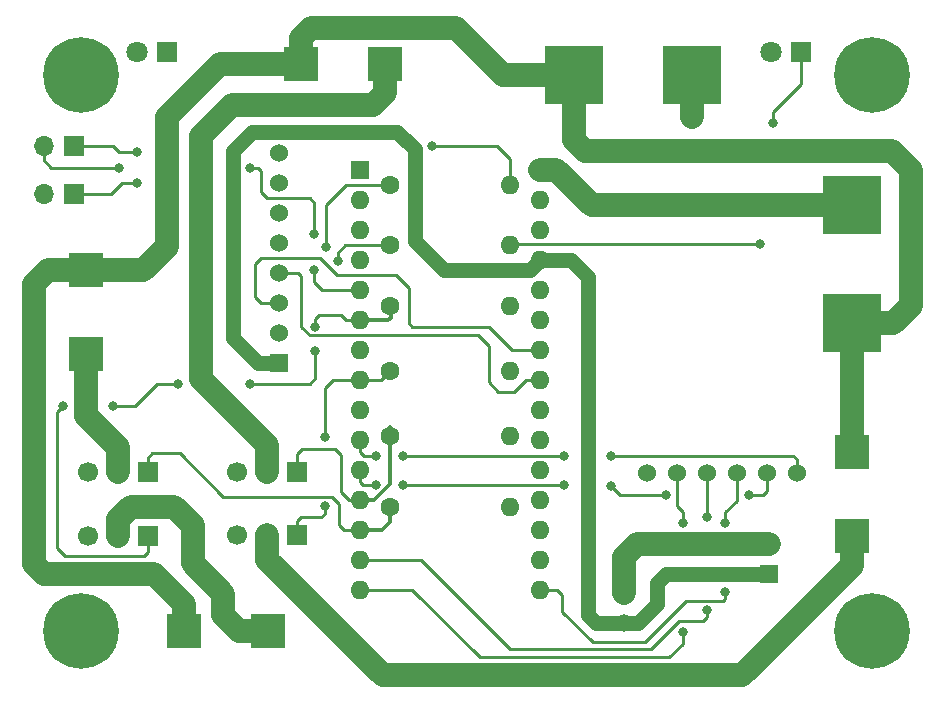
<source format=gbl>
G04 #@! TF.GenerationSoftware,KiCad,Pcbnew,(6.0.10)*
G04 #@! TF.CreationDate,2023-05-01T21:13:55-04:00*
G04 #@! TF.ProjectId,MiniCopterSchematic,4d696e69-436f-4707-9465-72536368656d,v01*
G04 #@! TF.SameCoordinates,Original*
G04 #@! TF.FileFunction,Copper,L2,Bot*
G04 #@! TF.FilePolarity,Positive*
%FSLAX46Y46*%
G04 Gerber Fmt 4.6, Leading zero omitted, Abs format (unit mm)*
G04 Created by KiCad (PCBNEW (6.0.10)) date 2023-05-01 21:13:55*
%MOMM*%
%LPD*%
G01*
G04 APERTURE LIST*
G04 #@! TA.AperFunction,ComponentPad*
%ADD10C,6.400000*%
G04 #@! TD*
G04 #@! TA.AperFunction,ComponentPad*
%ADD11R,1.700000X1.700000*%
G04 #@! TD*
G04 #@! TA.AperFunction,ComponentPad*
%ADD12O,1.700000X1.700000*%
G04 #@! TD*
G04 #@! TA.AperFunction,ComponentPad*
%ADD13C,1.700000*%
G04 #@! TD*
G04 #@! TA.AperFunction,ComponentPad*
%ADD14C,1.600000*%
G04 #@! TD*
G04 #@! TA.AperFunction,ComponentPad*
%ADD15O,1.600000X1.600000*%
G04 #@! TD*
G04 #@! TA.AperFunction,ComponentPad*
%ADD16C,1.524000*%
G04 #@! TD*
G04 #@! TA.AperFunction,ComponentPad*
%ADD17R,1.600000X1.600000*%
G04 #@! TD*
G04 #@! TA.AperFunction,ComponentPad*
%ADD18R,1.800000X1.800000*%
G04 #@! TD*
G04 #@! TA.AperFunction,ComponentPad*
%ADD19C,1.800000*%
G04 #@! TD*
G04 #@! TA.AperFunction,ComponentPad*
%ADD20R,1.524000X1.524000*%
G04 #@! TD*
G04 #@! TA.AperFunction,SMDPad,CuDef*
%ADD21R,3.000000X3.000000*%
G04 #@! TD*
G04 #@! TA.AperFunction,SMDPad,CuDef*
%ADD22R,5.000000X5.000000*%
G04 #@! TD*
G04 #@! TA.AperFunction,ViaPad*
%ADD23C,0.800000*%
G04 #@! TD*
G04 #@! TA.AperFunction,ViaPad*
%ADD24C,1.000000*%
G04 #@! TD*
G04 #@! TA.AperFunction,Conductor*
%ADD25C,0.250000*%
G04 #@! TD*
G04 #@! TA.AperFunction,Conductor*
%ADD26C,2.000000*%
G04 #@! TD*
G04 #@! TA.AperFunction,Conductor*
%ADD27C,0.300000*%
G04 #@! TD*
G04 #@! TA.AperFunction,Conductor*
%ADD28C,1.250000*%
G04 #@! TD*
G04 APERTURE END LIST*
D10*
X78740000Y-80000000D03*
D11*
X97047000Y-113596000D03*
D12*
X94507000Y-113596000D03*
D13*
X91967000Y-113596000D03*
D14*
X104920000Y-105000000D03*
D15*
X115080000Y-105000000D03*
D16*
X124727013Y-123853487D03*
X124727013Y-126393487D03*
X139332013Y-113693487D03*
X136792013Y-113693487D03*
X134252013Y-113693487D03*
X131712013Y-113693487D03*
X129172013Y-113693487D03*
X126632013Y-113693487D03*
D14*
X104920000Y-116500000D03*
D15*
X115080000Y-116500000D03*
D17*
X102385000Y-88000000D03*
D15*
X102385000Y-90540000D03*
X102385000Y-93080000D03*
X102385000Y-95620000D03*
X102385000Y-98160000D03*
X102385000Y-100700000D03*
X102385000Y-103240000D03*
X102385000Y-105780000D03*
X102385000Y-108320000D03*
X102385000Y-110860000D03*
X102385000Y-113400000D03*
X102385000Y-115940000D03*
X102385000Y-118480000D03*
X102385000Y-121020000D03*
X102385000Y-123560000D03*
X117625000Y-123560000D03*
X117625000Y-121020000D03*
X117625000Y-118480000D03*
X117625000Y-115940000D03*
X117625000Y-113400000D03*
X117625000Y-110860000D03*
X117625000Y-108320000D03*
X117625000Y-105780000D03*
X117625000Y-103240000D03*
X117625000Y-100700000D03*
X117625000Y-98160000D03*
X117625000Y-95620000D03*
X117625000Y-93080000D03*
X117625000Y-90540000D03*
X117625000Y-88000000D03*
D14*
X104920000Y-94400000D03*
D15*
X115080000Y-94400000D03*
D18*
X86040000Y-78000000D03*
D19*
X83500000Y-78000000D03*
D11*
X78140000Y-90000000D03*
D12*
X75600000Y-90000000D03*
D17*
X137000000Y-122182380D03*
D14*
X137000000Y-119682380D03*
D18*
X139700000Y-78000000D03*
D19*
X137160000Y-78000000D03*
D14*
X104920000Y-89300000D03*
D15*
X115080000Y-89300000D03*
D10*
X145740000Y-80000000D03*
X145740000Y-127000000D03*
D11*
X78140000Y-86000000D03*
D12*
X75600000Y-86000000D03*
D11*
X84455000Y-118975000D03*
D12*
X81915000Y-118975000D03*
D13*
X79375000Y-118975000D03*
D11*
X97070000Y-118950000D03*
D12*
X94530000Y-118950000D03*
D13*
X91990000Y-118950000D03*
D10*
X78740000Y-127000000D03*
D14*
X104920000Y-99500000D03*
D15*
X115080000Y-99500000D03*
D14*
X104920000Y-110500000D03*
D15*
X115080000Y-110500000D03*
D20*
X95505290Y-104315290D03*
D16*
X95505290Y-101775290D03*
X95505290Y-99235290D03*
X95505290Y-96695290D03*
X95505290Y-94155290D03*
X95505290Y-91615290D03*
X95505290Y-89075290D03*
X95505290Y-86535290D03*
D11*
X84400000Y-113600000D03*
D12*
X81860000Y-113600000D03*
D13*
X79320000Y-113600000D03*
D21*
X144000000Y-111888000D03*
X144000000Y-119000000D03*
D22*
X120500000Y-80000000D03*
X130500000Y-80000000D03*
D21*
X87444000Y-127000000D03*
X94556000Y-127000000D03*
D22*
X144000000Y-91000000D03*
X144000000Y-101000000D03*
D21*
X79200000Y-96500000D03*
X79200000Y-103612000D03*
X97388000Y-79000000D03*
X104500000Y-79000000D03*
D23*
X83500000Y-89100000D03*
X83500000Y-86500000D03*
D24*
X130500000Y-83500000D03*
D23*
X98500000Y-93400000D03*
X93100000Y-87800000D03*
X82000000Y-87800000D03*
X98500000Y-96500000D03*
X87000000Y-106100000D03*
X77200000Y-108000000D03*
X93100000Y-106100000D03*
X81500000Y-108000000D03*
X98600000Y-101275500D03*
X98600000Y-103300000D03*
X100500000Y-95700000D03*
X99400000Y-110600000D03*
X99400000Y-116424500D03*
X99500000Y-94500000D03*
X103750000Y-112250000D03*
X123650000Y-112250000D03*
X106000000Y-112250000D03*
X119650000Y-112250000D03*
X135300000Y-115500000D03*
X106000000Y-114700000D03*
X123650000Y-114750000D03*
X119650000Y-114700000D03*
X103770023Y-114670023D03*
X128300000Y-115500000D03*
X131712013Y-125287987D03*
X131712013Y-117387987D03*
X129700049Y-127099951D03*
X129700000Y-117900000D03*
X133300000Y-117900000D03*
X133300000Y-123700000D03*
X136200000Y-94300000D03*
X137300000Y-84000000D03*
X108500000Y-86000000D03*
D25*
X83500000Y-89100000D02*
X82200000Y-89100000D01*
X81300000Y-90000000D02*
X78140000Y-90000000D01*
X82200000Y-89100000D02*
X81300000Y-90000000D01*
X82000000Y-86500000D02*
X81500000Y-86000000D01*
X81500000Y-86000000D02*
X78140000Y-86000000D01*
X83500000Y-86500000D02*
X82000000Y-86500000D01*
D26*
X125817620Y-119682380D02*
X137000000Y-119682380D01*
X130500000Y-83500000D02*
X130500000Y-80000000D01*
X124727013Y-120772987D02*
X125817620Y-119682380D01*
X124727013Y-123853487D02*
X124727013Y-120772987D01*
D25*
X98100000Y-90400000D02*
X94500000Y-90400000D01*
X93700000Y-87800000D02*
X93100000Y-87800000D01*
X99160000Y-98160000D02*
X102385000Y-98160000D01*
X82000000Y-87800000D02*
X76200000Y-87800000D01*
X98500000Y-93400000D02*
X98500000Y-90800000D01*
X94000000Y-88100000D02*
X93700000Y-87800000D01*
X94500000Y-90400000D02*
X94000000Y-89900000D01*
X75600000Y-87200000D02*
X75600000Y-86000000D01*
X98500000Y-90800000D02*
X98100000Y-90400000D01*
X94000000Y-89900000D02*
X94000000Y-88100000D01*
X98500000Y-97500000D02*
X99160000Y-98160000D01*
X98500000Y-96500000D02*
X98500000Y-97500000D01*
X76200000Y-87800000D02*
X75600000Y-87200000D01*
X98600000Y-103300000D02*
X98600000Y-105600000D01*
X98600000Y-101275500D02*
X98600000Y-100600000D01*
D27*
X105000000Y-100500000D02*
X104785000Y-100715000D01*
D25*
X98100000Y-106100000D02*
X93100000Y-106100000D01*
X98600000Y-100600000D02*
X98900000Y-100300000D01*
X83300000Y-108000000D02*
X85200000Y-106100000D01*
X77400000Y-120700000D02*
X84100000Y-120700000D01*
X84455000Y-120345000D02*
X84455000Y-118975000D01*
X76700000Y-108500000D02*
X76700000Y-120000000D01*
X100800000Y-100300000D02*
X101200000Y-100700000D01*
X84100000Y-120700000D02*
X84455000Y-120345000D01*
X76700000Y-120000000D02*
X77400000Y-120700000D01*
X81500000Y-108000000D02*
X83300000Y-108000000D01*
X77200000Y-108000000D02*
X76700000Y-108500000D01*
D27*
X105000000Y-99580000D02*
X105000000Y-100500000D01*
X104920000Y-99500000D02*
X105000000Y-99580000D01*
D25*
X98600000Y-105600000D02*
X98100000Y-106100000D01*
X85200000Y-106100000D02*
X87000000Y-106100000D01*
X98900000Y-100300000D02*
X100800000Y-100300000D01*
X101200000Y-100700000D02*
X102385000Y-100700000D01*
D27*
X104785000Y-100715000D02*
X102450000Y-100715000D01*
D25*
X101100000Y-94400000D02*
X104920000Y-94400000D01*
X100500000Y-95700000D02*
X100500000Y-95000000D01*
X100500000Y-95000000D02*
X101100000Y-94400000D01*
X99400000Y-110600000D02*
X99400000Y-106500000D01*
X102385000Y-105780000D02*
X104140000Y-105780000D01*
X97070000Y-117730000D02*
X97400000Y-117400000D01*
X104140000Y-105780000D02*
X104920000Y-105000000D01*
X99400000Y-106500000D02*
X100120000Y-105780000D01*
X99100000Y-117400000D02*
X99400000Y-117100000D01*
X97070000Y-118950000D02*
X97070000Y-117730000D01*
X99400000Y-117100000D02*
X99400000Y-116424500D01*
X100120000Y-105780000D02*
X102385000Y-105780000D01*
X97400000Y-117400000D02*
X99100000Y-117400000D01*
X104920000Y-89500000D02*
X104920000Y-89400000D01*
X99500000Y-91000000D02*
X99500000Y-94500000D01*
X104920000Y-89300000D02*
X101200000Y-89300000D01*
X101200000Y-89300000D02*
X99500000Y-91000000D01*
X139332013Y-112512750D02*
X139332013Y-113693487D01*
X102385000Y-111885000D02*
X102385000Y-110860000D01*
X102750000Y-112250000D02*
X102385000Y-111885000D01*
X123650000Y-112250000D02*
X139069263Y-112250000D01*
X139069263Y-112250000D02*
X139332013Y-112512750D01*
X103750000Y-112250000D02*
X102750000Y-112250000D01*
X119650000Y-112250000D02*
X106000000Y-112250000D01*
X102607523Y-114670023D02*
X102385000Y-114447500D01*
X136500000Y-115500000D02*
X136792013Y-115207987D01*
X119650000Y-114700000D02*
X106000000Y-114700000D01*
X136792013Y-115207987D02*
X136792013Y-113693487D01*
X123650000Y-114750000D02*
X124400000Y-115500000D01*
X135300000Y-115500000D02*
X136500000Y-115500000D01*
X103770023Y-114670023D02*
X102607523Y-114670023D01*
X124400000Y-115500000D02*
X128300000Y-115500000D01*
X102385000Y-114447500D02*
X102385000Y-113400000D01*
X97500000Y-111600000D02*
X100300000Y-111600000D01*
X97047000Y-112053000D02*
X97500000Y-111600000D01*
X100300000Y-111600000D02*
X100800000Y-112100000D01*
X100800000Y-112100000D02*
X100800000Y-115300000D01*
D27*
X103545000Y-115955000D02*
X104920000Y-114580000D01*
X102450000Y-115955000D02*
X103545000Y-115955000D01*
D25*
X101440000Y-115940000D02*
X102385000Y-115940000D01*
D27*
X104920000Y-114580000D02*
X104920000Y-109750000D01*
D25*
X97047000Y-113596000D02*
X97047000Y-112053000D01*
X100800000Y-115300000D02*
X101440000Y-115940000D01*
D27*
X104250000Y-118500000D02*
X104920000Y-117830000D01*
D25*
X90800000Y-115700000D02*
X100000000Y-115700000D01*
X100600000Y-118100000D02*
X100980000Y-118480000D01*
X100600000Y-116300000D02*
X100600000Y-118100000D01*
X84800000Y-112000000D02*
X87100000Y-112000000D01*
X84400000Y-112400000D02*
X84800000Y-112000000D01*
X100000000Y-115700000D02*
X100600000Y-116300000D01*
X100980000Y-118480000D02*
X102385000Y-118480000D01*
D27*
X102450000Y-118495000D02*
X103755000Y-118495000D01*
D25*
X84400000Y-113600000D02*
X84400000Y-112400000D01*
D27*
X103760000Y-118500000D02*
X104250000Y-118500000D01*
X104920000Y-117830000D02*
X104920000Y-116500000D01*
X103755000Y-118495000D02*
X103760000Y-118500000D01*
D25*
X87100000Y-112000000D02*
X90800000Y-115700000D01*
X131712013Y-125887987D02*
X131400000Y-126200000D01*
X131712013Y-117387987D02*
X131712013Y-113693487D01*
X131400000Y-126200000D02*
X129400000Y-126200000D01*
X127000000Y-128600000D02*
X115100000Y-128600000D01*
X131712013Y-125287987D02*
X131712013Y-125887987D01*
X129400000Y-126200000D02*
X127000000Y-128600000D01*
X115100000Y-128600000D02*
X107520000Y-121020000D01*
X107520000Y-121020000D02*
X102385000Y-121020000D01*
X129700000Y-117900000D02*
X129700000Y-117000000D01*
X129700049Y-127099951D02*
X129700049Y-128099951D01*
X128550000Y-129250000D02*
X112500000Y-129250000D01*
X112500000Y-129250000D02*
X106810000Y-123560000D01*
X129700000Y-117000000D02*
X129172013Y-116472013D01*
X129700049Y-128099951D02*
X128550000Y-129250000D01*
X106810000Y-123560000D02*
X102385000Y-123560000D01*
X129172013Y-116472013D02*
X129172013Y-113693487D01*
X126500000Y-128000000D02*
X122065000Y-128000000D01*
X119500000Y-125435000D02*
X119500000Y-124000000D01*
X130000000Y-124500000D02*
X126500000Y-128000000D01*
X122065000Y-128000000D02*
X119500000Y-125435000D01*
X133300000Y-117000000D02*
X134252013Y-116047987D01*
X133300000Y-124300000D02*
X133100000Y-124500000D01*
X119500000Y-124000000D02*
X119060000Y-123560000D01*
X134252013Y-116047987D02*
X134252013Y-113693487D01*
X133100000Y-124500000D02*
X130000000Y-124500000D01*
X119060000Y-123560000D02*
X117625000Y-123560000D01*
X133300000Y-123700000D02*
X133300000Y-124300000D01*
X133300000Y-117900000D02*
X133300000Y-117000000D01*
X114100000Y-106800000D02*
X115400000Y-106800000D01*
X112400000Y-102000000D02*
X113300000Y-102900000D01*
X97095290Y-96695290D02*
X97400000Y-97000000D01*
X113300000Y-106000000D02*
X114100000Y-106800000D01*
X116420000Y-105780000D02*
X117625000Y-105780000D01*
X97400000Y-101300000D02*
X98100000Y-102000000D01*
X97400000Y-97000000D02*
X97400000Y-101300000D01*
X115400000Y-106800000D02*
X116420000Y-105780000D01*
X113300000Y-102900000D02*
X113300000Y-106000000D01*
X95505290Y-96695290D02*
X97095290Y-96695290D01*
X98100000Y-102000000D02*
X112400000Y-102000000D01*
X95505290Y-99235290D02*
X93970580Y-99235290D01*
X93500000Y-96000000D02*
X94000000Y-95500000D01*
X115240000Y-103240000D02*
X117625000Y-103240000D01*
X113300000Y-101300000D02*
X115240000Y-103240000D01*
X99000000Y-95500000D02*
X100400000Y-96900000D01*
X100400000Y-96900000D02*
X105400000Y-96900000D01*
X93500000Y-98764710D02*
X93500000Y-96000000D01*
X106500000Y-98000000D02*
X106500000Y-101000000D01*
X106500000Y-101000000D02*
X106800000Y-101300000D01*
X93970580Y-99235290D02*
X93500000Y-98764710D01*
X94000000Y-95500000D02*
X99000000Y-95500000D01*
X105400000Y-96900000D02*
X106500000Y-98000000D01*
X106800000Y-101300000D02*
X113300000Y-101300000D01*
D26*
X120500000Y-85500000D02*
X121400000Y-86400000D01*
X74800000Y-97700000D02*
X74800000Y-121400000D01*
X90500000Y-79000000D02*
X86000000Y-83500000D01*
X84000000Y-96500000D02*
X79200000Y-96500000D01*
X149000000Y-88000000D02*
X149000000Y-99500000D01*
X147400000Y-86400000D02*
X149000000Y-88000000D01*
X98200000Y-76000000D02*
X110500000Y-76000000D01*
X86000000Y-83500000D02*
X86000000Y-94500000D01*
X147500000Y-101000000D02*
X144000000Y-101000000D01*
X120500000Y-80000000D02*
X120500000Y-85500000D01*
X110500000Y-76000000D02*
X114500000Y-80000000D01*
X87444000Y-124744000D02*
X87444000Y-127000000D01*
X79200000Y-96500000D02*
X76000000Y-96500000D01*
X114500000Y-80000000D02*
X120500000Y-80000000D01*
X121400000Y-86400000D02*
X147400000Y-86400000D01*
X149000000Y-99500000D02*
X147500000Y-101000000D01*
X86000000Y-94500000D02*
X84000000Y-96500000D01*
X74800000Y-121400000D02*
X75600000Y-122200000D01*
X97388000Y-76812000D02*
X98200000Y-76000000D01*
X144000000Y-101000000D02*
X144000000Y-111888000D01*
X75600000Y-122200000D02*
X84900000Y-122200000D01*
X84900000Y-122200000D02*
X87444000Y-124744000D01*
X76000000Y-96500000D02*
X74800000Y-97700000D01*
X97388000Y-79000000D02*
X90500000Y-79000000D01*
X97388000Y-79000000D02*
X97388000Y-76812000D01*
X82950000Y-116500000D02*
X81915000Y-117535000D01*
X86600000Y-116500000D02*
X82950000Y-116500000D01*
X90800000Y-125700000D02*
X90800000Y-123900000D01*
X88200000Y-118100000D02*
X86600000Y-116500000D01*
X88200000Y-121300000D02*
X88200000Y-118100000D01*
X94556000Y-127000000D02*
X92100000Y-127000000D01*
X92100000Y-127000000D02*
X90800000Y-125700000D01*
X81915000Y-117535000D02*
X81915000Y-118975000D01*
X90800000Y-123900000D02*
X88200000Y-121300000D01*
D28*
X109500000Y-96500000D02*
X116745000Y-96500000D01*
X91600000Y-86400000D02*
X93250000Y-84750000D01*
X95505290Y-104315290D02*
X93715290Y-104315290D01*
X93715290Y-104315290D02*
X91600000Y-102200000D01*
X127500000Y-124764757D02*
X127500000Y-123000000D01*
X125871270Y-126393487D02*
X127500000Y-124764757D01*
X107000000Y-86250000D02*
X107000000Y-94000000D01*
X91600000Y-102200000D02*
X91600000Y-86400000D01*
X120220000Y-95620000D02*
X121700000Y-97100000D01*
X116745000Y-96500000D02*
X117625000Y-95620000D01*
X121700000Y-97100000D02*
X121700000Y-125700000D01*
X105500000Y-84750000D02*
X107000000Y-86250000D01*
X122393487Y-126393487D02*
X124727013Y-126393487D01*
X107000000Y-94000000D02*
X109500000Y-96500000D01*
X128317620Y-122182380D02*
X137000000Y-122182380D01*
X127500000Y-123000000D02*
X128317620Y-122182380D01*
X121700000Y-125700000D02*
X122393487Y-126393487D01*
X124727013Y-126393487D02*
X125871270Y-126393487D01*
X117625000Y-95620000D02*
X120220000Y-95620000D01*
X93250000Y-84750000D02*
X105500000Y-84750000D01*
D26*
X144000000Y-91000000D02*
X122000000Y-91000000D01*
X122000000Y-91000000D02*
X119000000Y-88000000D01*
X119000000Y-88000000D02*
X117625000Y-88000000D01*
X134700000Y-130800000D02*
X144000000Y-121500000D01*
X104300000Y-130800000D02*
X134700000Y-130800000D01*
X94530000Y-118950000D02*
X94530000Y-121030000D01*
X144000000Y-121500000D02*
X144000000Y-119000000D01*
X94530000Y-121030000D02*
X104300000Y-130800000D01*
X94507000Y-113596000D02*
X94507000Y-111307000D01*
X88900000Y-105700000D02*
X88900000Y-85100000D01*
X94507000Y-111307000D02*
X88900000Y-105700000D01*
X104500000Y-81500000D02*
X104500000Y-79000000D01*
X103500000Y-82500000D02*
X104500000Y-81500000D01*
X91500000Y-82500000D02*
X103500000Y-82500000D01*
X88900000Y-85100000D02*
X91500000Y-82500000D01*
X79200000Y-108800000D02*
X81860000Y-111460000D01*
X81860000Y-111460000D02*
X81860000Y-113600000D01*
X79200000Y-103612000D02*
X79200000Y-108800000D01*
D25*
X115180000Y-94300000D02*
X115080000Y-94400000D01*
X136200000Y-94300000D02*
X115180000Y-94300000D01*
X139700000Y-80700000D02*
X139700000Y-78000000D01*
X137300000Y-84000000D02*
X137300000Y-83100000D01*
X137300000Y-83100000D02*
X139700000Y-80700000D01*
X115080000Y-87080000D02*
X114000000Y-86000000D01*
X115080000Y-89400000D02*
X115080000Y-87080000D01*
X114000000Y-86000000D02*
X108500000Y-86000000D01*
M02*

</source>
